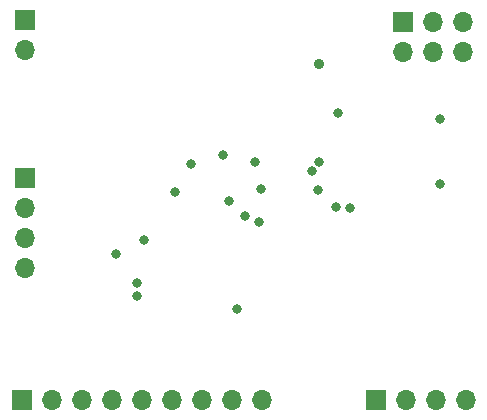
<source format=gbr>
%TF.GenerationSoftware,KiCad,Pcbnew,7.0.10*%
%TF.CreationDate,2024-02-27T03:30:34+03:00*%
%TF.ProjectId,Arduino_Datalogger,41726475-696e-46f5-9f44-6174616c6f67,1.0*%
%TF.SameCoordinates,Original*%
%TF.FileFunction,Copper,L4,Bot*%
%TF.FilePolarity,Positive*%
%FSLAX46Y46*%
G04 Gerber Fmt 4.6, Leading zero omitted, Abs format (unit mm)*
G04 Created by KiCad (PCBNEW 7.0.10) date 2024-02-27 03:30:34*
%MOMM*%
%LPD*%
G01*
G04 APERTURE LIST*
%TA.AperFunction,ComponentPad*%
%ADD10R,1.700000X1.700000*%
%TD*%
%TA.AperFunction,ComponentPad*%
%ADD11O,1.700000X1.700000*%
%TD*%
%TA.AperFunction,ViaPad*%
%ADD12C,0.900000*%
%TD*%
%TA.AperFunction,ViaPad*%
%ADD13C,0.800000*%
%TD*%
G04 APERTURE END LIST*
D10*
%TO.P,J1,1,Pin_1*%
%TO.N,GND*%
X135128000Y-85598000D03*
D11*
%TO.P,J1,2,Pin_2*%
%TO.N,/Vcc*%
X135128000Y-88138000D03*
%TO.P,J1,3,Pin_3*%
%TO.N,/SDA*%
X135128000Y-90678000D03*
%TO.P,J1,4,Pin_4*%
%TO.N,/SCK*%
X135128000Y-93218000D03*
%TD*%
D10*
%TO.P,J4,1,Pin_1*%
%TO.N,/D2*%
X134874000Y-104394000D03*
D11*
%TO.P,J4,2,Pin_2*%
%TO.N,/D3*%
X137414000Y-104394000D03*
%TO.P,J4,3,Pin_3*%
%TO.N,/D4*%
X139954000Y-104394000D03*
%TO.P,J4,4,Pin_4*%
%TO.N,/D5*%
X142494000Y-104394000D03*
%TO.P,J4,5,Pin_5*%
%TO.N,/D6*%
X145034000Y-104394000D03*
%TO.P,J4,6,Pin_6*%
%TO.N,/D7*%
X147574000Y-104394000D03*
%TO.P,J4,7,Pin_7*%
%TO.N,/D8*%
X150114000Y-104394000D03*
%TO.P,J4,8,Pin_8*%
%TO.N,/Vcc*%
X152654000Y-104394000D03*
%TO.P,J4,9,Pin_9*%
%TO.N,GND*%
X155194000Y-104394000D03*
%TD*%
D10*
%TO.P,J2,1,Pin_1*%
%TO.N,GND*%
X164846000Y-104394000D03*
D11*
%TO.P,J2,2,Pin_2*%
%TO.N,/Vcc*%
X167386000Y-104394000D03*
%TO.P,J2,3,Pin_3*%
%TO.N,/Rx*%
X169926000Y-104394000D03*
%TO.P,J2,4,Pin_4*%
%TO.N,/Tx*%
X172466000Y-104394000D03*
%TD*%
D10*
%TO.P,J3,1,Pin_1*%
%TO.N,/MISO*%
X167132000Y-72405000D03*
D11*
%TO.P,J3,2,Pin_2*%
%TO.N,/Vcc*%
X167132000Y-74945000D03*
%TO.P,J3,3,Pin_3*%
%TO.N,/SCK*%
X169672000Y-72405000D03*
%TO.P,J3,4,Pin_4*%
%TO.N,/MOSI*%
X169672000Y-74945000D03*
%TO.P,J3,5,Pin_5*%
%TO.N,/Reset*%
X172212000Y-72405000D03*
%TO.P,J3,6,Pin_6*%
%TO.N,GND*%
X172212000Y-74945000D03*
%TD*%
D10*
%TO.P,BT1,1,+*%
%TO.N,/Vcc*%
X135128000Y-72248000D03*
D11*
%TO.P,BT1,2,-*%
%TO.N,GND*%
X135128000Y-74788000D03*
%TD*%
D12*
%TO.N,GND*%
X160060400Y-75981800D03*
D13*
%TO.N,/SCK*%
X149250200Y-84444400D03*
X144629300Y-94464800D03*
X151956000Y-83637600D03*
%TO.N,/SDA*%
X147845700Y-86751100D03*
X144619700Y-95631000D03*
%TO.N,/Rx*%
X159429000Y-85020000D03*
%TO.N,/Tx*%
X155101900Y-86529300D03*
%TO.N,/MISO*%
X161650000Y-80100900D03*
%TO.N,/Reset*%
X154651800Y-84220000D03*
X153115000Y-96670300D03*
%TO.N,/D2*%
X152414500Y-87515500D03*
%TO.N,/D3*%
X153781600Y-88776700D03*
%TO.N,/D4*%
X154985300Y-89350800D03*
%TO.N,/D5*%
X161515400Y-88030600D03*
%TO.N,/D6*%
X162634300Y-88128400D03*
%TO.N,/D7*%
X159978000Y-86601300D03*
%TO.N,/D8*%
X160045100Y-84220000D03*
%TO.N,Net-(U1-X1)*%
X142903000Y-92066400D03*
X170268000Y-86112200D03*
%TO.N,Net-(U1-X2)*%
X145218900Y-90869100D03*
X170252800Y-80585000D03*
%TD*%
M02*

</source>
